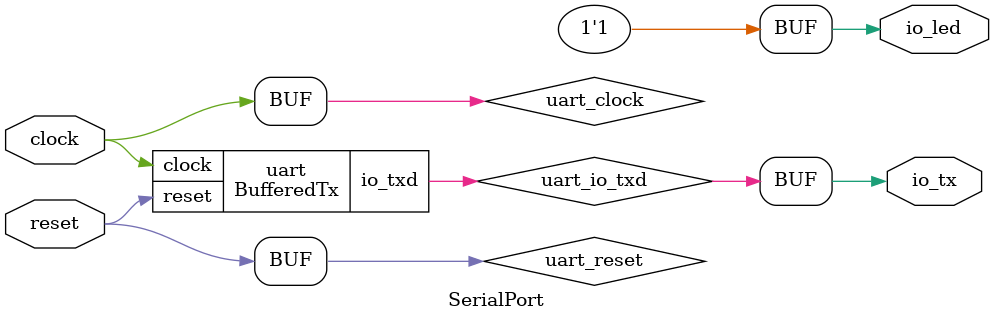
<source format=v>
module Tx(
  input        clock,
  input        reset,
  output       io_txd,
  output       io_channel_ready,
  input        io_channel_valid,
  input  [7:0] io_channel_bits
);
`ifdef RANDOMIZE_REG_INIT
  reg [31:0] _RAND_0;
  reg [31:0] _RAND_1;
  reg [31:0] _RAND_2;
`endif // RANDOMIZE_REG_INIT
  reg [10:0] shiftReg; // @[Uart.scala 30:25]
  reg [19:0] cntReg; // @[Uart.scala 31:23]
  reg [3:0] bitsReg; // @[Uart.scala 32:24]
  wire  _io_channel_ready_T = cntReg == 20'h0; // @[Uart.scala 34:31]
  wire [9:0] shift = shiftReg[10:1]; // @[Uart.scala 41:28]
  wire [10:0] _shiftReg_T_1 = {1'h1,shift}; // @[Cat.scala 33:92]
  wire [3:0] _bitsReg_T_1 = bitsReg - 4'h1; // @[Uart.scala 43:26]
  wire [10:0] _shiftReg_T_3 = {2'h3,io_channel_bits,1'h0}; // @[Cat.scala 33:92]
  wire [19:0] _cntReg_T_1 = cntReg - 20'h1; // @[Uart.scala 54:22]
  assign io_txd = shiftReg[0]; // @[Uart.scala 35:21]
  assign io_channel_ready = cntReg == 20'h0 & bitsReg == 4'h0; // @[Uart.scala 34:40]
  always @(posedge clock) begin
    if (reset) begin // @[Uart.scala 30:25]
      shiftReg <= 11'h7ff; // @[Uart.scala 30:25]
    end else if (_io_channel_ready_T) begin // @[Uart.scala 37:24]
      if (bitsReg != 4'h0) begin // @[Uart.scala 40:27]
        shiftReg <= _shiftReg_T_1; // @[Uart.scala 42:16]
      end else if (io_channel_valid) begin // @[Uart.scala 45:30]
        shiftReg <= _shiftReg_T_3; // @[Uart.scala 46:18]
      end else begin
        shiftReg <= 11'h7ff; // @[Uart.scala 49:18]
      end
    end
    if (reset) begin // @[Uart.scala 31:23]
      cntReg <= 20'h0; // @[Uart.scala 31:23]
    end else if (_io_channel_ready_T) begin // @[Uart.scala 37:24]
      cntReg <= 20'h363; // @[Uart.scala 39:12]
    end else begin
      cntReg <= _cntReg_T_1; // @[Uart.scala 54:12]
    end
    if (reset) begin // @[Uart.scala 32:24]
      bitsReg <= 4'h0; // @[Uart.scala 32:24]
    end else if (_io_channel_ready_T) begin // @[Uart.scala 37:24]
      if (bitsReg != 4'h0) begin // @[Uart.scala 40:27]
        bitsReg <= _bitsReg_T_1; // @[Uart.scala 43:15]
      end else if (io_channel_valid) begin // @[Uart.scala 45:30]
        bitsReg <= 4'hb; // @[Uart.scala 47:17]
      end
    end
  end
// Register and memory initialization
`ifdef RANDOMIZE_GARBAGE_ASSIGN
`define RANDOMIZE
`endif
`ifdef RANDOMIZE_INVALID_ASSIGN
`define RANDOMIZE
`endif
`ifdef RANDOMIZE_REG_INIT
`define RANDOMIZE
`endif
`ifdef RANDOMIZE_MEM_INIT
`define RANDOMIZE
`endif
`ifndef RANDOM
`define RANDOM $random
`endif
`ifdef RANDOMIZE_MEM_INIT
  integer initvar;
`endif
`ifndef SYNTHESIS
`ifdef FIRRTL_BEFORE_INITIAL
`FIRRTL_BEFORE_INITIAL
`endif
initial begin
  `ifdef RANDOMIZE
    `ifdef INIT_RANDOM
      `INIT_RANDOM
    `endif
    `ifndef VERILATOR
      `ifdef RANDOMIZE_DELAY
        #`RANDOMIZE_DELAY begin end
      `else
        #0.002 begin end
      `endif
    `endif
`ifdef RANDOMIZE_REG_INIT
  _RAND_0 = {1{`RANDOM}};
  shiftReg = _RAND_0[10:0];
  _RAND_1 = {1{`RANDOM}};
  cntReg = _RAND_1[19:0];
  _RAND_2 = {1{`RANDOM}};
  bitsReg = _RAND_2[3:0];
`endif // RANDOMIZE_REG_INIT
  `endif // RANDOMIZE
end // initial
`ifdef FIRRTL_AFTER_INITIAL
`FIRRTL_AFTER_INITIAL
`endif
`endif // SYNTHESIS
endmodule
module Buffer(
  input        clock,
  input        reset,
  input        io_out_ready,
  output       io_out_valid,
  output [7:0] io_out_bits
);
`ifdef RANDOMIZE_REG_INIT
  reg [31:0] _RAND_0;
  reg [31:0] _RAND_1;
`endif // RANDOMIZE_REG_INIT
  reg  stateReg; // @[Uart.scala 116:25]
  reg [7:0] dataReg; // @[Uart.scala 117:24]
  wire  _io_in_ready_T = ~stateReg; // @[Uart.scala 119:27]
  wire  _GEN_2 = io_out_ready ? 1'h0 : stateReg; // @[Uart.scala 128:24 129:16 116:25]
  wire  _GEN_4 = _io_in_ready_T | _GEN_2; // @[Uart.scala 122:28]
  assign io_out_valid = stateReg; // @[Uart.scala 120:28]
  assign io_out_bits = dataReg; // @[Uart.scala 132:15]
  always @(posedge clock) begin
    if (reset) begin // @[Uart.scala 116:25]
      stateReg <= 1'h0; // @[Uart.scala 116:25]
    end else begin
      stateReg <= _GEN_4;
    end
    if (reset) begin // @[Uart.scala 117:24]
      dataReg <= 8'h0; // @[Uart.scala 117:24]
    end else if (_io_in_ready_T) begin // @[Uart.scala 122:28]
      dataReg <= 8'h30;
    end
  end
// Register and memory initialization
`ifdef RANDOMIZE_GARBAGE_ASSIGN
`define RANDOMIZE
`endif
`ifdef RANDOMIZE_INVALID_ASSIGN
`define RANDOMIZE
`endif
`ifdef RANDOMIZE_REG_INIT
`define RANDOMIZE
`endif
`ifdef RANDOMIZE_MEM_INIT
`define RANDOMIZE
`endif
`ifndef RANDOM
`define RANDOM $random
`endif
`ifdef RANDOMIZE_MEM_INIT
  integer initvar;
`endif
`ifndef SYNTHESIS
`ifdef FIRRTL_BEFORE_INITIAL
`FIRRTL_BEFORE_INITIAL
`endif
initial begin
  `ifdef RANDOMIZE
    `ifdef INIT_RANDOM
      `INIT_RANDOM
    `endif
    `ifndef VERILATOR
      `ifdef RANDOMIZE_DELAY
        #`RANDOMIZE_DELAY begin end
      `else
        #0.002 begin end
      `endif
    `endif
`ifdef RANDOMIZE_REG_INIT
  _RAND_0 = {1{`RANDOM}};
  stateReg = _RAND_0[0:0];
  _RAND_1 = {1{`RANDOM}};
  dataReg = _RAND_1[7:0];
`endif // RANDOMIZE_REG_INIT
  `endif // RANDOMIZE
end // initial
`ifdef FIRRTL_AFTER_INITIAL
`FIRRTL_AFTER_INITIAL
`endif
`endif // SYNTHESIS
endmodule
module BufferedTx(
  input   clock,
  input   reset,
  output  io_txd
);
  wire  tx_clock; // @[Uart.scala 143:18]
  wire  tx_reset; // @[Uart.scala 143:18]
  wire  tx_io_txd; // @[Uart.scala 143:18]
  wire  tx_io_channel_ready; // @[Uart.scala 143:18]
  wire  tx_io_channel_valid; // @[Uart.scala 143:18]
  wire [7:0] tx_io_channel_bits; // @[Uart.scala 143:18]
  wire  buf__clock; // @[Uart.scala 144:19]
  wire  buf__reset; // @[Uart.scala 144:19]
  wire  buf__io_out_ready; // @[Uart.scala 144:19]
  wire  buf__io_out_valid; // @[Uart.scala 144:19]
  wire [7:0] buf__io_out_bits; // @[Uart.scala 144:19]
  Tx tx ( // @[Uart.scala 143:18]
    .clock(tx_clock),
    .reset(tx_reset),
    .io_txd(tx_io_txd),
    .io_channel_ready(tx_io_channel_ready),
    .io_channel_valid(tx_io_channel_valid),
    .io_channel_bits(tx_io_channel_bits)
  );
  Buffer buf_ ( // @[Uart.scala 144:19]
    .clock(buf__clock),
    .reset(buf__reset),
    .io_out_ready(buf__io_out_ready),
    .io_out_valid(buf__io_out_valid),
    .io_out_bits(buf__io_out_bits)
  );
  assign io_txd = tx_io_txd; // @[Uart.scala 148:10]
  assign tx_clock = clock;
  assign tx_reset = reset;
  assign tx_io_channel_valid = buf__io_out_valid; // @[Uart.scala 147:17]
  assign tx_io_channel_bits = buf__io_out_bits; // @[Uart.scala 147:17]
  assign buf__clock = clock;
  assign buf__reset = reset;
  assign buf__io_out_ready = tx_io_channel_ready; // @[Uart.scala 147:17]
endmodule
module SerialPort(
  input   clock,
  input   reset,
  output  io_tx,
  output  io_led
);
  wire  uart_clock; // @[SerialPort.scala 16:20]
  wire  uart_reset; // @[SerialPort.scala 16:20]
  wire  uart_io_txd; // @[SerialPort.scala 16:20]
  BufferedTx uart ( // @[SerialPort.scala 16:20]
    .clock(uart_clock),
    .reset(uart_reset),
    .io_txd(uart_io_txd)
  );
  assign io_tx = uart_io_txd; // @[SerialPort.scala 19:9]
  assign io_led = 1'h1; // @[SerialPort.scala 14:10]
  assign uart_clock = clock;
  assign uart_reset = reset;
endmodule

</source>
